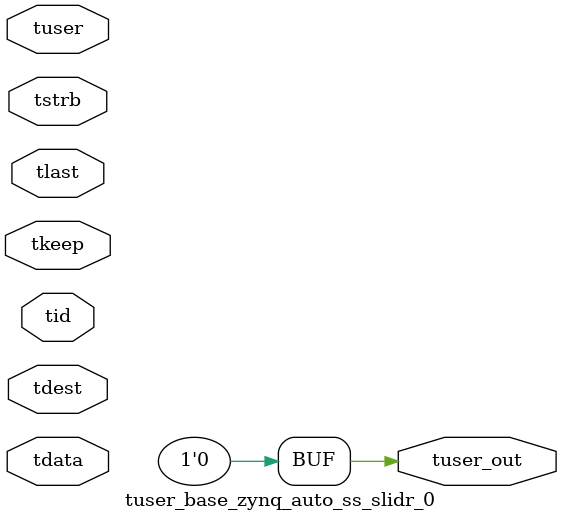
<source format=v>


`timescale 1ps/1ps

module tuser_base_zynq_auto_ss_slidr_0 #
(
parameter C_S_AXIS_TUSER_WIDTH = 1,
parameter C_S_AXIS_TDATA_WIDTH = 32,
parameter C_S_AXIS_TID_WIDTH   = 0,
parameter C_S_AXIS_TDEST_WIDTH = 0,
parameter C_M_AXIS_TUSER_WIDTH = 1
)
(
input  [(C_S_AXIS_TUSER_WIDTH == 0 ? 1 : C_S_AXIS_TUSER_WIDTH)-1:0     ] tuser,
input  [(C_S_AXIS_TDATA_WIDTH == 0 ? 1 : C_S_AXIS_TDATA_WIDTH)-1:0     ] tdata,
input  [(C_S_AXIS_TID_WIDTH   == 0 ? 1 : C_S_AXIS_TID_WIDTH)-1:0       ] tid,
input  [(C_S_AXIS_TDEST_WIDTH == 0 ? 1 : C_S_AXIS_TDEST_WIDTH)-1:0     ] tdest,
input  [(C_S_AXIS_TDATA_WIDTH/8)-1:0 ] tkeep,
input  [(C_S_AXIS_TDATA_WIDTH/8)-1:0 ] tstrb,
input                                                                    tlast,
output [C_M_AXIS_TUSER_WIDTH-1:0] tuser_out
);

assign tuser_out = {1'b0};

endmodule


</source>
